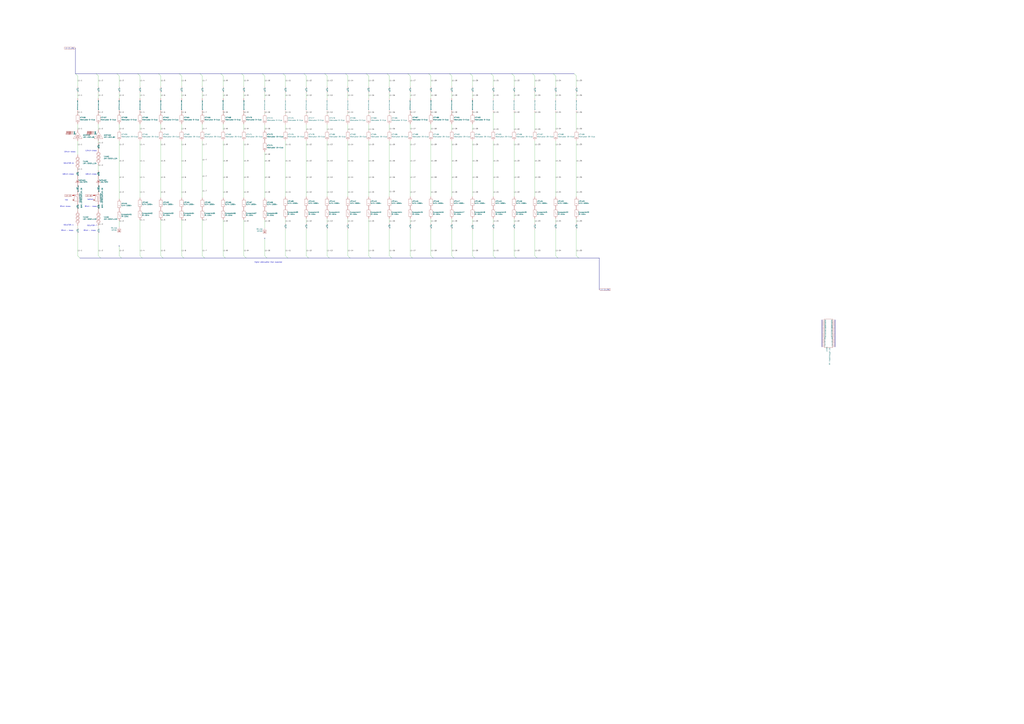
<source format=kicad_sch>
(kicad_sch (version 20230121) (generator eeschema)
  (paper "A0")
  (no_connect (at 954.405 391.16))
  (no_connect (at 954.405 378.46))
  (no_connect (at 954.405 393.7))
  (no_connect (at 969.645 377.19))
  (no_connect (at 969.645 394.97))
  (no_connect (at 969.645 401.32))
  (no_connect (at 954.405 377.19))
  (no_connect (at 954.405 384.81))
  (no_connect (at 954.405 394.97))
  (no_connect (at 969.645 398.78))
  (no_connect (at 954.405 397.51))
  (no_connect (at 969.645 384.81))
  (no_connect (at 969.645 373.38))
  (no_connect (at 954.405 398.78))
  (no_connect (at 954.405 382.27))
  (no_connect (at 969.645 391.16))
  (no_connect (at 954.405 373.38))
  (no_connect (at 969.645 396.24))
  (no_connect (at 969.645 379.73))
  (no_connect (at 969.645 386.08))
  (no_connect (at 969.645 383.54))
  (no_connect (at 969.645 381))
  (no_connect (at 954.405 383.54))
  (no_connect (at 138.43 285.75))
  (no_connect (at 954.405 375.92))
  (no_connect (at 954.405 386.08))
  (no_connect (at 307.34 276.86))
  (no_connect (at 954.405 392.43))
  (no_connect (at 954.405 401.32))
  (no_connect (at 954.405 379.73))
  (no_connect (at 969.645 378.46))
  (no_connect (at 969.645 374.65))
  (no_connect (at 954.405 374.65))
  (no_connect (at 969.645 402.59))
  (no_connect (at 969.645 387.35))
  (no_connect (at 969.645 388.62))
  (no_connect (at 969.645 389.89))
  (no_connect (at 954.405 402.59))
  (no_connect (at 969.645 392.43))
  (no_connect (at 969.645 372.11))
  (no_connect (at 969.645 375.92))
  (no_connect (at 954.405 372.11))
  (no_connect (at 969.645 400.05))
  (no_connect (at 969.645 397.51))
  (no_connect (at 954.405 381))
  (no_connect (at 969.645 393.7))
  (no_connect (at 954.405 389.89))
  (no_connect (at 954.405 387.35))
  (no_connect (at 954.405 400.05))
  (no_connect (at 954.405 396.24))
  (no_connect (at 954.405 388.62))
  (no_connect (at 969.645 382.27))
  (bus_entry (at 331.47 88.265) (size -2.54 -2.54))
  (bus_entry (at 259.08 88.265) (size -2.54 -2.54))
  (bus_entry (at 524.51 88.265) (size -2.54 -2.54))
  (bus_entry (at 452.12 88.265) (size -2.54 -2.54))
  (bus_entry (at 645.16 297.18) (size 2.54 2.54))
  (bus_entry (at 186.69 88.265) (size -2.54 -2.54))
  (bus_entry (at 452.12 297.18) (size 2.54 2.54))
  (bus_entry (at 500.38 88.265) (size -2.54 -2.54))
  (bus_entry (at 210.82 88.265) (size -2.54 -2.54))
  (bus_entry (at 500.38 297.18) (size 2.54 2.54))
  (bus_entry (at 379.73 88.265) (size -2.54 -2.54))
  (bus_entry (at 210.82 297.18) (size 2.54 2.54))
  (bus_entry (at 138.43 297.18) (size 2.54 2.54))
  (bus_entry (at 90.17 88.265) (size -2.54 -2.54))
  (bus_entry (at 427.99 297.18) (size 2.54 2.54))
  (bus_entry (at 234.95 88.265) (size -2.54 -2.54))
  (bus_entry (at 90.17 297.18) (size 2.54 2.54))
  (bus_entry (at 476.25 297.18) (size 2.54 2.54))
  (bus_entry (at 331.47 297.18) (size 2.54 2.54))
  (bus_entry (at 621.03 88.265) (size -2.54 -2.54))
  (bus_entry (at 669.29 297.18) (size 2.54 2.54))
  (bus_entry (at 162.56 297.18) (size 2.54 2.54))
  (bus_entry (at 283.21 297.18) (size 2.54 2.54))
  (bus_entry (at 596.9 297.18) (size 2.54 2.54))
  (bus_entry (at 307.34 297.18) (size 2.54 2.54))
  (bus_entry (at 355.6 88.265) (size -2.54 -2.54))
  (bus_entry (at 259.08 297.18) (size 2.54 2.54))
  (bus_entry (at 162.56 88.265) (size -2.54 -2.54))
  (bus_entry (at 307.34 88.265) (size -2.54 -2.54))
  (bus_entry (at 186.69 297.18) (size 2.54 2.54))
  (bus_entry (at 548.64 88.265) (size -2.54 -2.54))
  (bus_entry (at 379.73 297.18) (size 2.54 2.54))
  (bus_entry (at 114.3 88.265) (size -2.54 -2.54))
  (bus_entry (at 548.64 297.18) (size 2.54 2.54))
  (bus_entry (at 572.77 88.265) (size -2.54 -2.54))
  (bus_entry (at 114.3 297.18) (size 2.54 2.54))
  (bus_entry (at 355.6 297.18) (size 2.54 2.54))
  (bus_entry (at 524.51 297.18) (size 2.54 2.54))
  (bus_entry (at 645.16 88.265) (size -2.54 -2.54))
  (bus_entry (at 427.99 88.265) (size -2.54 -2.54))
  (bus_entry (at 403.86 88.265) (size -2.54 -2.54))
  (bus_entry (at 403.86 297.18) (size 2.54 2.54))
  (bus_entry (at 669.29 88.265) (size -2.54 -2.54))
  (bus_entry (at 621.03 297.18) (size 2.54 2.54))
  (bus_entry (at 234.95 297.18) (size 2.54 2.54))
  (bus_entry (at 138.43 88.265) (size -2.54 -2.54))
  (bus_entry (at 596.9 88.265) (size -2.54 -2.54))
  (bus_entry (at 283.21 88.265) (size -2.54 -2.54))
  (bus_entry (at 476.25 88.265) (size -2.54 -2.54))
  (bus_entry (at 572.77 297.18) (size 2.54 2.54))
  (wire (pts (xy 210.82 255.27) (xy 210.82 297.18)))
  (wire (pts (xy 645.16 163.83) (xy 645.16 228.6)))
  (bus (pts (xy 642.62 85.725) (xy 618.49 85.725)))
  (wire (pts (xy 403.86 266.7) (xy 403.86 297.18)))
  (wire (pts (xy 476.25 88.265) (xy 476.25 100.33)))
  (wire (pts (xy 114.3 243.84) (xy 114.3 244.475)))
  (wire (pts (xy 596.9 266.7) (xy 596.9 297.18)))
  (bus (pts (xy 208.28 85.725) (xy 184.15 85.725)))
  (wire (pts (xy 572.77 88.265) (xy 572.77 100.33)))
  (bus (pts (xy 213.36 299.72) (xy 237.49 299.72)))
  (wire (pts (xy 162.56 255.27) (xy 162.56 297.18)))
  (wire (pts (xy 500.38 266.7) (xy 500.38 297.18)))
  (wire (pts (xy 379.73 254) (xy 379.73 259.08)))
  (wire (pts (xy 572.77 107.95) (xy 572.77 114.3)))
  (wire (pts (xy 259.08 144.145) (xy 259.08 151.13)))
  (bus (pts (xy 87.63 85.725) (xy 87.63 55.88)))
  (bus (pts (xy 140.97 299.72) (xy 165.1 299.72)))
  (wire (pts (xy 186.69 130.81) (xy 186.69 131.445)))
  (wire (pts (xy 476.25 254) (xy 476.25 259.08)))
  (wire (pts (xy 645.16 107.95) (xy 645.16 114.3)))
  (wire (pts (xy 355.6 88.265) (xy 355.6 100.33)))
  (bus (pts (xy 328.93 85.725) (xy 304.8 85.725)))
  (wire (pts (xy 500.38 88.265) (xy 500.38 100.33)))
  (wire (pts (xy 669.29 163.83) (xy 669.29 228.6)))
  (wire (pts (xy 186.69 107.95) (xy 186.69 114.3)))
  (bus (pts (xy 623.57 299.72) (xy 647.7 299.72)))
  (wire (pts (xy 500.38 163.83) (xy 500.38 228.6)))
  (wire (pts (xy 355.6 107.95) (xy 355.6 114.3)))
  (wire (pts (xy 524.51 107.95) (xy 524.51 114.3)))
  (wire (pts (xy 90.17 144.145) (xy 90.17 150.495)))
  (wire (pts (xy 452.12 163.83) (xy 452.12 228.6)))
  (wire (pts (xy 114.3 262.255) (xy 114.3 264.16)))
  (wire (pts (xy 476.25 107.95) (xy 476.25 114.3)))
  (wire (pts (xy 331.47 130.81) (xy 331.47 132.08)))
  (bus (pts (xy 353.06 85.725) (xy 328.93 85.725)))
  (wire (pts (xy 572.77 130.81) (xy 572.77 151.13)))
  (wire (pts (xy 500.38 130.81) (xy 500.38 131.445)))
  (wire (pts (xy 524.51 130.81) (xy 524.51 131.445)))
  (wire (pts (xy 331.47 163.83) (xy 331.47 228.6)))
  (wire (pts (xy 162.56 130.81) (xy 162.56 131.445)))
  (wire (pts (xy 427.99 254) (xy 427.99 297.18)))
  (wire (pts (xy 500.38 144.145) (xy 500.38 151.13)))
  (wire (pts (xy 307.34 176.53) (xy 307.34 229.87)))
  (wire (pts (xy 379.73 107.95) (xy 379.73 114.3)))
  (bus (pts (xy 497.84 85.725) (xy 473.71 85.725)))
  (wire (pts (xy 645.16 266.7) (xy 645.16 297.18)))
  (bus (pts (xy 256.54 85.725) (xy 232.41 85.725)))
  (wire (pts (xy 90.17 130.81) (xy 90.17 131.445)))
  (bus (pts (xy 377.19 85.725) (xy 353.06 85.725)))
  (wire (pts (xy 669.29 130.81) (xy 669.29 151.13)))
  (wire (pts (xy 90.17 197.485) (xy 90.17 198.12)))
  (wire (pts (xy 355.6 266.7) (xy 355.6 297.18)))
  (wire (pts (xy 307.34 130.81) (xy 307.34 132.08)))
  (bus (pts (xy 521.97 85.725) (xy 497.84 85.725)))
  (wire (pts (xy 307.34 88.265) (xy 307.34 100.33)))
  (bus (pts (xy 160.02 85.725) (xy 135.89 85.725)))
  (wire (pts (xy 476.25 266.7) (xy 476.25 297.18)))
  (bus (pts (xy 334.01 299.72) (xy 358.14 299.72)))
  (wire (pts (xy 234.95 255.27) (xy 234.95 297.18)))
  (bus (pts (xy 309.88 299.72) (xy 334.01 299.72)))
  (wire (pts (xy 355.6 163.83) (xy 355.6 228.6)))
  (wire (pts (xy 114.3 191.77) (xy 114.3 198.12)))
  (wire (pts (xy 572.77 266.7) (xy 572.77 297.18)))
  (wire (pts (xy 307.34 107.95) (xy 307.34 114.3)))
  (bus (pts (xy 551.18 299.72) (xy 575.31 299.72)))
  (wire (pts (xy 452.12 130.81) (xy 452.12 132.08)))
  (wire (pts (xy 669.29 266.7) (xy 669.29 297.18)))
  (wire (pts (xy 621.03 254) (xy 621.03 259.08)))
  (bus (pts (xy 449.58 85.725) (xy 425.45 85.725)))
  (bus (pts (xy 135.89 85.725) (xy 111.76 85.725)))
  (wire (pts (xy 452.12 107.95) (xy 452.12 114.3)))
  (wire (pts (xy 138.43 144.145) (xy 138.43 151.13)))
  (wire (pts (xy 283.21 130.81) (xy 283.21 131.445)))
  (bus (pts (xy 189.23 299.72) (xy 213.36 299.72)))
  (wire (pts (xy 90.17 243.84) (xy 90.17 244.475)))
  (wire (pts (xy 452.12 266.7) (xy 452.12 297.18)))
  (wire (pts (xy 283.21 107.95) (xy 283.21 114.3)))
  (wire (pts (xy 114.3 88.265) (xy 114.3 100.33)))
  (wire (pts (xy 234.95 107.95) (xy 234.95 114.3)))
  (bus (pts (xy 695.96 299.72) (xy 695.96 336.55)))
  (wire (pts (xy 283.21 163.83) (xy 283.21 229.87)))
  (bus (pts (xy 430.53 299.72) (xy 454.66 299.72)))
  (wire (pts (xy 596.9 163.83) (xy 596.9 228.6)))
  (wire (pts (xy 331.47 254) (xy 331.47 259.08)))
  (wire (pts (xy 452.12 144.78) (xy 452.12 151.13)))
  (wire (pts (xy 403.86 107.95) (xy 403.86 114.3)))
  (wire (pts (xy 476.25 144.145) (xy 476.25 150.495)))
  (bus (pts (xy 261.62 299.72) (xy 285.75 299.72)))
  (wire (pts (xy 379.73 266.7) (xy 379.73 297.18)))
  (bus (pts (xy 358.14 299.72) (xy 382.27 299.72)))
  (wire (pts (xy 548.64 144.145) (xy 548.64 151.13)))
  (bus (pts (xy 594.36 85.725) (xy 570.23 85.725)))
  (wire (pts (xy 403.86 144.78) (xy 403.86 151.13)))
  (wire (pts (xy 307.34 144.78) (xy 307.34 151.13)))
  (wire (pts (xy 331.47 107.95) (xy 331.47 114.3)))
  (wire (pts (xy 596.9 254) (xy 596.9 259.08)))
  (wire (pts (xy 427.99 144.78) (xy 427.99 151.13)))
  (wire (pts (xy 138.43 163.83) (xy 138.43 231.14)))
  (wire (pts (xy 90.17 262.255) (xy 90.17 264.16)))
  (wire (pts (xy 234.95 88.265) (xy 234.95 100.33)))
  (bus (pts (xy 546.1 85.725) (xy 521.97 85.725)))
  (wire (pts (xy 596.9 88.265) (xy 596.9 100.33)))
  (wire (pts (xy 572.77 163.83) (xy 572.77 228.6)))
  (wire (pts (xy 524.51 266.7) (xy 524.51 297.18)))
  (wire (pts (xy 210.82 144.145) (xy 210.82 151.13)))
  (wire (pts (xy 524.51 88.265) (xy 524.51 100.33)))
  (wire (pts (xy 186.69 144.145) (xy 186.69 151.13)))
  (wire (pts (xy 403.86 254) (xy 403.86 259.08)))
  (wire (pts (xy 138.43 88.265) (xy 138.43 100.33)))
  (wire (pts (xy 138.43 130.81) (xy 138.43 131.445)))
  (wire (pts (xy 500.38 107.95) (xy 500.38 114.3)))
  (wire (pts (xy 500.38 254) (xy 500.38 259.08)))
  (bus (pts (xy 280.67 85.725) (xy 256.54 85.725)))
  (wire (pts (xy 524.51 254) (xy 524.51 259.08)))
  (bus (pts (xy 92.71 299.72) (xy 116.84 299.72)))
  (wire (pts (xy 259.08 255.27) (xy 259.08 297.18)))
  (bus (pts (xy 570.23 85.725) (xy 546.1 85.725)))
  (wire (pts (xy 259.08 107.95) (xy 259.08 114.3)))
  (wire (pts (xy 452.12 254) (xy 452.12 259.08)))
  (wire (pts (xy 90.17 163.83) (xy 90.17 179.705)))
  (wire (pts (xy 476.25 163.83) (xy 476.25 228.6)))
  (wire (pts (xy 621.03 130.81) (xy 621.03 151.13)))
  (wire (pts (xy 476.25 130.81) (xy 476.25 131.445)))
  (bus (pts (xy 502.92 299.72) (xy 527.05 299.72)))
  (wire (pts (xy 524.51 144.145) (xy 524.51 151.13)))
  (wire (pts (xy 331.47 88.265) (xy 331.47 100.33)))
  (wire (pts (xy 379.73 163.83) (xy 379.73 228.6)))
  (wire (pts (xy 403.86 163.83) (xy 403.86 228.6)))
  (bus (pts (xy 527.05 299.72) (xy 551.18 299.72)))
  (bus (pts (xy 671.83 299.72) (xy 695.96 299.72)))
  (wire (pts (xy 379.73 88.265) (xy 379.73 100.33)))
  (bus (pts (xy 454.66 299.72) (xy 478.79 299.72)))
  (wire (pts (xy 427.99 88.265) (xy 427.99 100.33)))
  (wire (pts (xy 162.56 107.95) (xy 162.56 114.3)))
  (wire (pts (xy 355.6 130.81) (xy 355.6 132.08)))
  (wire (pts (xy 210.82 130.81) (xy 210.82 131.445)))
  (wire (pts (xy 596.9 107.95) (xy 596.9 114.3)))
  (wire (pts (xy 210.82 88.265) (xy 210.82 100.33)))
  (wire (pts (xy 645.16 254) (xy 645.16 259.08)))
  (wire (pts (xy 283.21 255.27) (xy 283.21 297.18)))
  (wire (pts (xy 355.6 144.78) (xy 355.6 151.13)))
  (bus (pts (xy 237.49 299.72) (xy 261.62 299.72)))
  (wire (pts (xy 548.64 130.81) (xy 548.64 131.445)))
  (wire (pts (xy 452.12 88.265) (xy 452.12 100.33)))
  (wire (pts (xy 572.77 254) (xy 572.77 259.08)))
  (wire (pts (xy 548.64 267.335) (xy 548.64 297.18)))
  (wire (pts (xy 259.08 88.265) (xy 259.08 100.33)))
  (bus (pts (xy 285.75 299.72) (xy 309.88 299.72)))
  (wire (pts (xy 621.03 107.95) (xy 621.03 114.3)))
  (bus (pts (xy 165.1 299.72) (xy 189.23 299.72)))
  (wire (pts (xy 90.17 107.95) (xy 90.17 114.3)))
  (wire (pts (xy 548.64 107.95) (xy 548.64 114.3)))
  (wire (pts (xy 427.99 163.83) (xy 427.99 228.6)))
  (wire (pts (xy 259.08 163.83) (xy 259.08 229.87)))
  (wire (pts (xy 548.64 254) (xy 548.64 259.715)))
  (bus (pts (xy 304.8 85.725) (xy 280.67 85.725)))
  (bus (pts (xy 599.44 299.72) (xy 623.57 299.72)))
  (wire (pts (xy 162.56 163.83) (xy 162.56 229.87)))
  (bus (pts (xy 382.27 299.72) (xy 406.4 299.72)))
  (wire (pts (xy 427.99 130.81) (xy 427.99 132.08)))
  (wire (pts (xy 186.69 255.27) (xy 186.69 297.18)))
  (wire (pts (xy 138.43 256.54) (xy 138.43 263.525)))
  (wire (pts (xy 379.73 130.81) (xy 379.73 132.08)))
  (wire (pts (xy 259.08 130.81) (xy 259.08 131.445)))
  (wire (pts (xy 621.03 88.265) (xy 621.03 100.33)))
  (wire (pts (xy 379.73 144.78) (xy 379.73 151.13)))
  (wire (pts (xy 331.47 266.7) (xy 331.47 297.18)))
  (wire (pts (xy 307.34 276.86) (xy 307.34 297.18)))
  (wire (pts (xy 138.43 285.75) (xy 138.43 297.18)))
  (wire (pts (xy 548.64 163.83) (xy 548.64 228.6)))
  (wire (pts (xy 114.3 163.83) (xy 114.3 166.37)))
  (bus (pts (xy 401.32 85.725) (xy 377.19 85.725)))
  (wire (pts (xy 162.56 144.145) (xy 162.56 151.13)))
  (wire (pts (xy 669.29 254) (xy 669.29 259.08)))
  (wire (pts (xy 114.3 130.81) (xy 114.3 131.445)))
  (wire (pts (xy 186.69 88.265) (xy 186.69 100.33)))
  (wire (pts (xy 331.47 144.78) (xy 331.47 151.13)))
  (bus (pts (xy 478.79 299.72) (xy 502.92 299.72)))
  (wire (pts (xy 548.64 88.265) (xy 548.64 100.33)))
  (wire (pts (xy 114.3 107.95) (xy 114.3 114.3)))
  (bus (pts (xy 473.71 85.725) (xy 449.58 85.725)))
  (wire (pts (xy 210.82 163.83) (xy 210.82 229.87)))
  (wire (pts (xy 403.86 130.81) (xy 403.86 132.08)))
  (wire (pts (xy 645.16 130.81) (xy 645.16 151.13)))
  (wire (pts (xy 621.03 266.7) (xy 621.03 297.18)))
  (wire (pts (xy 645.16 88.265) (xy 645.16 100.33)))
  (bus (pts (xy 425.45 85.725) (xy 401.32 85.725)))
  (wire (pts (xy 283.21 144.145) (xy 283.21 151.13)))
  (wire (pts (xy 162.56 88.265) (xy 162.56 100.33)))
  (bus (pts (xy 618.49 85.725) (xy 594.36 85.725)))
  (wire (pts (xy 283.21 88.265) (xy 283.21 100.33)))
  (wire (pts (xy 669.29 88.265) (xy 669.29 100.33)))
  (wire (pts (xy 307.34 255.27) (xy 307.34 264.795)))
  (wire (pts (xy 90.17 271.78) (xy 90.17 297.18)))
  (wire (pts (xy 90.17 88.265) (xy 90.17 100.33)))
  (wire (pts (xy 138.43 107.95) (xy 138.43 114.3)))
  (bus (pts (xy 666.75 85.725) (xy 642.62 85.725)))
  (wire (pts (xy 621.03 163.83) (xy 621.03 228.6)))
  (wire (pts (xy 234.95 163.83) (xy 234.95 229.87)))
  (wire (pts (xy 524.51 163.83) (xy 524.51 228.6)))
  (bus (pts (xy 116.84 299.72) (xy 140.97 299.72)))
  (wire (pts (xy 355.6 254) (xy 355.6 259.08)))
  (wire (pts (xy 427.99 107.95) (xy 427.99 114.3)))
  (wire (pts (xy 669.29 107.95) (xy 669.29 114.3)))
  (bus (pts (xy 406.4 299.72) (xy 430.53 299.72)))
  (wire (pts (xy 234.95 144.145) (xy 234.95 151.13)))
  (bus (pts (xy 111.76 85.725) (xy 87.63 85.725)))
  (wire (pts (xy 234.95 130.81) (xy 234.95 131.445)))
  (bus (pts (xy 232.41 85.725) (xy 208.28 85.725)))
  (bus (pts (xy 184.15 85.725) (xy 160.02 85.725)))
  (wire (pts (xy 596.9 130.81) (xy 596.9 151.13)))
  (bus (pts (xy 575.31 299.72) (xy 599.44 299.72)))
  (wire (pts (xy 210.82 107.95) (xy 210.82 114.3)))
  (wire (pts (xy 114.3 271.78) (xy 114.3 297.18)))
  (wire (pts (xy 403.86 88.265) (xy 403.86 100.33)))
  (wire (pts (xy 114.3 144.145) (xy 114.3 150.495)))
  (wire (pts (xy 186.69 163.83) (xy 186.69 229.87)))
  (bus (pts (xy 647.7 299.72) (xy 671.83 299.72)))
  (text "ISOLATOR-7" (at 100.965 262.89 0) (effects (font (size 1.27 1.27)) (justify left bottom)))
  (text "8inch - brass" (at 71.12 268.605 0) (effects (font (size 1.27 1.27)) (justify left bottom)))
  (text "8inch - brass" (at 97.155 268.605 0) (effects (font (size 1.27 1.27)) (justify left bottom)))
  (text "12inch-brass" (at 74.295 177.165 0) (effects (font (size 1.27 1.27)) (justify left bottom)))
  (text "ISOLATOR-4" (at 73.66 262.255 0) (effects (font (size 1.27 1.27)) (justify left bottom)))
  (text "12inch-brass" (at 99.06 175.895 0) (effects (font (size 1.27 1.27)) (justify left bottom)))
  (text "ISOLATOR-6" (at 73.66 190.5 0) (effects (font (size 1.27 1.27)) (justify left bottom)))
  (text "higher attenuation than expected\n" (at 295.275 305.435 0) (effects (font (size 1.27 1.27)) (justify left bottom)))
  (text "top" (at 75.565 233.045 0) (effects (font (size 1.27 1.27)) (justify left bottom)))
  (text "18inch-brass" (at 72.39 203.2 0) (effects (font (size 1.27 1.27)) (justify left bottom)))
  (text "bottom\n" (at 101.6 232.41 0) (effects (font (size 1.27 1.27)) (justify left bottom)))
  (text "8inch - brass" (at 98.425 240.665 0) (effects (font (size 1.27 1.27)) (justify left bottom)))
  (text "18inch-brass" (at 99.06 203.2 0) (effects (font (size 1.27 1.27)) (justify left bottom)))
  (text "8inch-brass" (at 69.85 240.665 0) (effects (font (size 1.27 1.27)) (justify left bottom)))
  (label "L1-20" (at 548.64 207.01 0))
  (label "L1-6" (at 210.82 131.445 0))
  (label "L1-19" (at 524.51 94.615 0))
  (label "L1-16" (at 452.12 150.495 0))
  (label "L1-20" (at 548.64 292.1 0))
  (label "L1-15" (at 427.99 168.91 0))
  (label "L1-21" (at 572.77 94.615 0))
  (label "L1-21" (at 572.77 224.155 0))
  (label "L1-10" (at 307.34 111.76 0))
  (label "L1-23" (at 621.03 224.155 0))
  (label "L1-25" (at 669.29 94.615 0))
  (label "L1-24" (at 645.16 150.495 0))
  (label "L1-2" (at 114.3 131.445 0))
  (label "L1-2" (at 114.3 94.615 0))
  (label "L1-14" (at 403.86 257.81 0))
  (label "L1-7" (at 234.95 94.615 0))
  (label "L1-4" (at 162.56 94.615 0))
  (label "L1-22" (at 596.9 111.76 0))
  (label "L1-24" (at 645.16 168.91 0))
  (label "L1-10" (at 307.34 187.96 0))
  (label "L1-16" (at 452.12 223.52 0))
  (label "L1-4" (at 162.56 187.96 0))
  (label "L1-5" (at 186.69 111.76 0))
  (label "L1-7" (at 234.95 111.76 0))
  (label "L1-23" (at 621.03 292.1 0))
  (label "L1-7" (at 234.95 292.1 0))
  (label "L1-11" (at 331.47 131.445 0))
  (label "L1-4" (at 162.56 207.01 0))
  (label "L1-1" (at 90.17 94.615 0))
  (label "L1-20" (at 548.64 187.96 0))
  (label "L1-1" (at 90.17 150.495 0))
  (label "L1-5" (at 186.69 224.155 0))
  (label "L1-17" (at 476.25 207.01 0))
  (label "L1-10" (at 307.34 180.34 0))
  (label "L1-4" (at 162.56 292.1 0))
  (label "L1-12" (at 355.6 224.155 0))
  (label "L1-13" (at 379.73 292.1 0))
  (label "L1-14" (at 403.86 292.1 0))
  (label "L1-3" (at 138.43 187.96 0))
  (label "L1-21" (at 572.77 207.01 0))
  (label "L1-15" (at 427.99 131.445 0))
  (label "L1-13" (at 379.73 94.615 0))
  (label "L1-5" (at 186.69 94.615 0))
  (label "L1-6" (at 210.82 224.155 0))
  (label "L1-3" (at 138.43 224.155 0))
  (label "L1-22" (at 596.9 224.155 0))
  (label "L1-21" (at 572.77 111.76 0))
  (label "L1-25" (at 669.29 224.155 0))
  (label "L1-3" (at 138.43 207.01 0))
  (label "L1-2" (at 114.3 292.1 0))
  (label "L1-7" (at 234.95 205.74 0))
  (label "L1-19" (at 524.51 150.495 0))
  (label "L1-15" (at 427.99 94.615 0))
  (label "L1-6" (at 210.82 256.54 0))
  (label "L1-9" (at 283.21 111.76 0))
  (label "L1-9" (at 283.21 292.1 0))
  (label "L1-8" (at 259.08 224.155 0))
  (label "L1-2" (at 114.3 167.005 0))
  (label "L1-14" (at 403.86 94.615 0))
  (label "L1-11" (at 331.47 94.615 0))
  (label "L1-8" (at 259.08 207.01 0))
  (label "L1-14" (at 403.86 187.96 0))
  (label "L1-14" (at 403.86 151.13 0))
  (label "L1-9" (at 283.21 94.615 0))
  (label "L1-12" (at 355.6 257.81 0))
  (label "L1-17" (at 476.25 150.495 0))
  (label "L1-2" (at 114.3 111.76 0))
  (label "L1-6" (at 210.82 207.01 0))
  (label "L1-1" (at 90.17 168.91 0))
  (label "L1-19" (at 524.51 257.81 0))
  (label "L1-16" (at 452.12 111.76 0))
  (label "L1-18" (at 500.38 187.96 0))
  (label "L1-25" (at 669.29 150.495 0))
  (label "L1-21" (at 572.77 151.13 0))
  (label "L1-11" (at 331.47 187.96 0))
  (label "L1-14" (at 403.86 224.155 0))
  (label "L1-25" (at 669.29 207.01 0))
  (label "L1-5" (at 186.69 168.91 0))
  (label "L1-14" (at 403.86 207.01 0))
  (label "L1-15" (at 427.99 207.01 0))
  (label "L1-3" (at 138.43 150.495 0))
  (label "L1-17" (at 476.25 168.91 0))
  (label "L1-21" (at 572.77 187.96 0))
  (label "L1-6" (at 210.82 187.96 0))
  (label "L1-7" (at 234.95 131.445 0))
  (label "L1-20" (at 548.64 111.76 0))
  (label "L1-23" (at 621.03 151.13 0))
  (label "L1-22" (at 596.9 151.13 0))
  (label "L1-13" (at 379.73 151.13 0))
  (label "L1-12" (at 355.6 111.76 0))
  (label "L1-23" (at 621.03 187.96 0))
  (label "L1-5" (at 186.69 207.01 0))
  (label "L1-22" (at 596.9 131.445 0))
  (label "L1-18" (at 500.38 94.615 0))
  (label "L1-16" (at 452.12 187.96 0))
  (label "L1-12" (at 355.6 207.01 0))
  (label "L1-13" (at 379.73 131.445 0))
  (label "L1-20" (at 548.64 131.445 0))
  (label "L1-4" (at 162.56 168.91 0))
  (label "L1-25" (at 669.29 111.76 0))
  (label "L1-2" (at 114.3 150.495 0))
  (label "L1-13" (at 379.73 111.76 0))
  (label "L1-8" (at 259.08 292.1 0))
  (label "L1-20" (at 548.64 257.81 0))
  (label "L1-21" (at 572.77 257.81 0))
  (label "L1-8" (at 259.08 150.495 0))
  (label "L1-16" (at 452.12 207.01 0))
  (label "L1-18" (at 500.38 168.91 0))
  (label "L1-18" (at 500.38 131.445 0))
  (label "L1-20" (at 548.64 168.91 0))
  (label "L1-5" (at 186.69 187.96 0))
  (label "L1-23" (at 621.03 207.01 0))
  (label "L1-20" (at 548.64 150.495 0))
  (label "L1-18" (at 500.38 150.495 0))
  (label "L1-5" (at 186.69 256.54 0))
  (label "L1-6" (at 210.82 111.76 0))
  (label "L1-25" (at 669.29 187.96 0))
  (label "L1-24" (at 645.16 94.615 0))
  (label "L1-11" (at 331.47 224.155 0))
  (label "L1-10" (at 307.34 94.615 0))
  (label "L1-7" (at 234.95 150.495 0))
  (label "L1-19" (at 524.51 207.01 0))
  (label "L1-4" (at 162.56 224.155 0))
  (label "L1-22" (at 596.9 292.1 0))
  (label "L1-4" (at 162.56 150.495 0))
  (label "L1-24" (at 645.16 224.155 0))
  (label "L1-19" (at 524.51 131.445 0))
  (label "L1-25" (at 669.29 168.91 0))
  (label "L1-15" (at 427.99 224.155 0))
  (label "L1-3" (at 138.43 168.91 0))
  (label "L1-12" (at 355.6 94.615 0))
  (label "L1-13" (at 379.73 207.01 0))
  (label "L1-4" (at 162.56 256.54 0))
  (label "L1-17" (at 476.25 224.155 0))
  (label "L1-16" (at 452.12 94.615 0))
  (label "L1-17" (at 476.25 257.81 0))
  (label "L1-16" (at 452.12 257.81 0))
  (label "L1-8" (at 259.08 168.91 0))
  (label "L1-8" (at 259.08 111.76 0))
  (label "L1-8" (at 259.08 131.445 0))
  (label "L1-7" (at 234.95 222.885 0))
  (label "L1-19" (at 524.51 292.1 0))
  (label "L1-9" (at 283.21 168.91 0))
  (label "L1-1" (at 90.17 292.1 0))
  (label "L1-24" (at 645.16 131.445 0))
  (label "L1-18" (at 500.38 224.155 0))
  (label "L1-19" (at 524.51 111.76 0))
  (label "L1-15" (at 427.99 151.13 0))
  (label "L1-9" (at 283.21 187.96 0))
  (label "L1-9" (at 283.21 150.495 0))
  (label "L1-11" (at 331.47 168.91 0))
  (label "L1-21" (at 572.77 168.91 0))
  (label "L1-1" (at 90.17 111.76 0))
  (label "L1-25" (at 669.29 292.1 0))
  (label "L1-6" (at 210.82 292.1 0))
  (label "L1-11" (at 331.47 207.01 0))
  (label "L1-3" (at 138.43 94.615 0))
  (label "L1-9" (at 283.21 224.155 0))
  (label "L1-12" (at 355.6 168.91 0))
  (label "L1-16" (at 452.12 292.1 0))
  (label "L1-20" (at 548.64 94.615 0))
  (label "L1-10" (at 307.34 150.495 0))
  (label "L1-5" (at 186.69 150.495 0))
  (label "L1-25" (at 669.29 131.445 0))
  (label "L1-9" (at 283.21 131.445 0))
  (label "L1-18" (at 500.38 257.81 0))
  (label "L1-19" (at 524.51 168.91 0))
  (label "L1-15" (at 427.99 187.96 0))
  (label "L1-18" (at 500.38 207.01 0))
  (label "L1-24" (at 645.16 187.96 0))
  (label "L1-23" (at 621.03 168.91 0))
  (label "L1-17" (at 476.25 94.615 0))
  (label "L1-3" (at 138.43 111.76 0))
  (label "L1-9" (at 283.21 207.01 0))
  (label "L1-12" (at 355.6 187.96 0))
  (label "L1-19" (at 524.51 187.96 0))
  (label "L1-6" (at 210.82 94.615 0))
  (label "L1-14" (at 403.86 131.445 0))
  (label "L1-11" (at 331.47 257.81 0))
  (label "L1-22" (at 596.9 94.615 0))
  (label "L1-17" (at 476.25 187.96 0))
  (label "L1-10" (at 307.34 257.81 0))
  (label "L1-22" (at 596.9 168.91 0))
  (label "L1-16" (at 452.12 168.91 0))
  (label "L1-15" (at 427.99 292.1 0))
  (label "L1-3" (at 138.43 257.81 0))
  (label "L1-10" (at 307.34 224.155 0))
  (label "L1-8" (at 259.08 94.615 0))
  (label "L1-19" (at 524.51 224.155 0))
  (label "L1-7" (at 234.95 256.54 0))
  (label "L1-12" (at 355.6 131.445 0))
  (label "L1-6" (at 210.82 168.91 0))
  (label "L1-15" (at 427.99 257.81 0))
  (label "L1-16" (at 452.12 131.445 0))
  (label "L1-13" (at 379.73 257.81 0))
  (label "L1-2" (at 114.3 193.04 0))
  (label "L1-12" (at 355.6 292.1 0))
  (label "L1-23" (at 621.03 111.76 0))
  (label "L1-13" (at 379.73 187.96 0))
  (label "L1-1" (at 90.17 197.485 0))
  (label "L1-6" (at 210.82 150.495 0))
  (label "L1-3" (at 138.43 131.445 0))
  (label "L1-20" (at 548.64 224.155 0))
  (label "L1-24" (at 645.16 292.1 0))
  (label "L1-14" (at 403.86 168.91 0))
  (label "L1-8" (at 259.08 257.81 0))
  (label "L1-8" (at 259.08 187.96 0))
  (label "L1-13" (at 379.73 224.155 0))
  (label "L1-23" (at 621.03 94.615 0))
  (label "L1-23" (at 621.03 257.81 0))
  (label "L1-5" (at 186.69 131.445 0))
  (label "L1-10" (at 307.34 292.1 0))
  (label "L1-17" (at 476.25 131.445 0))
  (label "L1-11" (at 331.47 111.76 0))
  (label "L1-4" (at 162.56 111.76 0))
  (label "L1-14" (at 403.86 111.76 0))
  (label "L1-5" (at 186.69 292.1 0))
  (label "L1-11" (at 331.47 150.495 0))
  (label "L1-18" (at 500.38 111.76 0))
  (label "L1-13" (at 379.73 168.91 0))
  (label "L1-21" (at 572.77 131.445 0))
  (label "L1-11" (at 331.47 292.1 0))
  (label "L1-7" (at 234.95 186.69 0))
  (label "L1-4" (at 162.56 131.445 0))
  (label "L1-10" (at 307.34 131.445 0))
  (label "L1-12" (at 355.6 151.13 0))
  (label "L1-24" (at 645.16 207.01 0))
  (label "L1-17" (at 476.25 111.76 0))
  (label "L1-10" (at 307.34 207.01 0))
  (label "L1-18" (at 500.38 292.1 0))
  (label "L1-22" (at 596.9 207.01 0))
  (label "L1-24" (at 645.16 111.76 0))
  (label "L1-17" (at 476.25 292.1 0))
  (label "L1-15" (at 427.99 111.76 0))
  (label "L1-7" (at 234.95 168.91 0))
  (label "L1-9" (at 283.21 257.81 0))
  (label "L1-3" (at 138.43 292.1 0))
  (label "L1-25" (at 669.29 257.81 0))
  (label "L1-1" (at 90.17 131.445 0))
  (label "L1-22" (at 596.9 187.96 0))
  (label "L1-2" (at 114.3 261.62 0))
  (label "L1-23" (at 621.03 131.445 0))
  (label "L1-22" (at 596.9 257.81 0))
  (label "L1-24" (at 645.16 257.81 0))
  (label "L1-21" (at 572.77 292.1 0))
  (global_label "L1-2_Vd" (shape input) (at 106.68 154.305 180) (effects (font (size 0.64 0.64))) (property "Intersheetrefs" "${INTERSHEET_REFS}" (effects hide)))
  (global_label "L3-16" (shape input) (at 107.95 227.33 180) (property "Intersheetrefs" "${INTERSHEET_REFS}" (effects hide)))
  (global_label "L1-1_Vg" (shape input) (at 82.55 153.035 180) (effects (font (size 0.64 0.64))) (property "Intersheetrefs" "${INTERSHEET_REFS}" (effects hide)))
  (global_label "L1-[1..25]" (shape input) (at 695.96 336.55 0) (property "Intersheetrefs" "${INTERSHEET_REFS}" (effects hide)))
  (global_label "L1-2_gnd" (shape input) (at 106.68 155.575 180) (effects (font (size 0.64 0.64))) (property "Intersheetrefs" "${INTERSHEET_REFS}" (effects hide)))
  (global_label "L1-1_Vd" (shape input) (at 82.55 154.305 180) (effects (font (size 0.64 0.64))) (property "Intersheetrefs" "${INTERSHEET_REFS}" (effects hide)))
  (global_label "L1-2_Vg" (shape input) (at 106.68 153.035 180) (effects (font (size 0.64 0.64))) (property "Intersheetrefs" "${INTERSHEET_REFS}" (effects hide)))
  (global_label "L3-10" (shape input) (at 83.82 227.33 180) (property "Intersheetrefs" "${INTERSHEET_REFS}" (effects hide)))
  (global_label "L1-1_gnd" (shape input) (at 82.55 155.575 180) (effects (font (size 0.64 0.64))) (property "Intersheetrefs" "${INTERSHEET_REFS}" (effects hide)))
  (global_label "L1-[1..25]" (shape input) (at 87.63 55.88 180) (property "Intersheetrefs" "${INTERSHEET_REFS}" (effects hide)))
  (symbol (lib_id "Quantum Computing:COAX-6FT") (at 524.51 104.14 90) (unit 1)
    (property "Reference" "L:435" (at 523.875 104.14 0) (effects (font (size 0.64 0.64))))
    (property "Value" "COAX-6FT" (at 525.145 104.14 0) (effects (font (size 0.64 0.64))))
  )
  (symbol (lib_id "Quantum Computing:NbTi-RF-line") (at 283.21 122.555 90) (unit 1)
    (property "Reference" "LX-X409" (at 283.21 118.745 0) (effects (font (size 0.64 0.64))))
    (property "Value" "NbTi-RF-line" (at 283.21 124.46 0) (effects (font (size 0.64 0.64))))
  )
  (symbol (lib_id "Quantum Computing:IR-1GHz") (at 210.82 248.92 0) (unit 1) (on_board no)
    (property "Reference" "Eccosorb404" (at 213.106 247.904 0) (effects (justify left)))
    (property "Value" "IR-1GHz" (at 213.106 250.19 0) (effects (justify left)))
  )
  (symbol (lib_id "Quantum Computing:Attenuator 0-Cryo") (at 114.3 137.795 0) (unit 1) (on_board no)
    (property "Reference" "ATT457" (at 116.84 136.525 0) (effects (justify left)))
    (property "Value" "Attenuator 0-Cryo" (at 116.84 139.065 0) (effects (justify left)))
  )
  (symbol (lib_id "Quantum Computing:SMA-SMP") (at 621.03 262.89 90) (unit 1)
    (property "Reference" "L:444" (at 620.395 262.89 0) (effects (font (size 0.64 0.64))))
    (property "Value" "SMA-SMP" (at 621.665 262.89 0) (effects (font (size 0.64 0.64))))
  )
  (symbol (lib_id "Quantum Computing:IR-1GHz") (at 645.16 247.65 0) (unit 1) (on_board no)
    (property "Reference" "Eccosorb422" (at 647.446 246.634 0) (effects (justify left)))
    (property "Value" "IR-1GHz" (at 647.446 248.92 0) (effects (justify left)))
  )
  (symbol (lib_id "Quantum Computing:Attenuator 20-Cryo") (at 621.03 157.48 0) (unit 1) (on_board no)
    (property "Reference" "ATT497" (at 623.57 156.21 0) (effects (justify left)))
    (property "Value" "Attenuator 20-Cryo" (at 623.57 158.75 0) (effects (justify left)))
  )
  (symbol (lib_id "Quantum Computing:COAX-6FT") (at 186.69 104.14 90) (unit 1)
    (property "Reference" "L:414" (at 186.055 104.14 0) (effects (font (size 0.64 0.64))))
    (property "Value" "COAX-6FT" (at 187.325 104.14 0) (effects (font (size 0.64 0.64))))
  )
  (symbol (lib_id "Quantum Computing:LNF-LNC4_8C") (at 114.3 158.115 0) (unit 1) (on_board no)
    (property "Reference" "HEMT402" (at 120.396 157.099 0) (effects (justify left)))
    (property "Value" "LNF-LNC4_8C" (at 120.396 159.385 0) (effects (justify left)))
  )
  (symbol (lib_id "Quantum Computing:COAX-6FT") (at 572.77 104.14 90) (unit 1)
    (property "Reference" "L:439" (at 572.135 104.14 0) (effects (font (size 0.64 0.64))))
    (property "Value" "COAX-6FT" (at 573.405 104.14 0) (effects (font (size 0.64 0.64))))
  )
  (symbol (lib_id "Quantum Computing:LNF-LNC4_8C") (at 90.17 158.115 0) (unit 1) (on_board no)
    (property "Reference" "HEMT401" (at 96.266 157.099 0) (effects (justify left)))
    (property "Value" "LNF-LNC4_8C" (at 96.266 159.385 0) (effects (justify left)))
  )
  (symbol (lib_id "Quantum Computing:Attenuator 20-Cryo") (at 210.82 157.48 0) (unit 1) (on_board no)
    (property "Reference" "ATT465" (at 213.36 156.21 0) (effects (justify left)))
    (property "Value" "Attenuator 20-Cryo" (at 213.36 158.75 0) (effects (justify left)))
  )
  (symbol (lib_id "Quantum Computing:SMA-SMP") (at 524.51 262.89 90) (unit 1)
    (property "Reference" "L:436" (at 523.875 262.89 0) (effects (font (size 0.64 0.64))))
    (property "Value" "SMA-SMP" (at 525.145 262.89 0) (effects (font (size 0.64 0.64))))
  )
  (symbol (lib_id "Quantum Computing:SMA-SMP") (at 379.73 262.89 90) (unit 1)
    (property "Reference" "L:425" (at 379.095 262.89 0) (effects (font (size 0.64 0.64))))
    (property "Value" "SMA-SMP" (at 380.365 262.89 0) (effects (font (size 0.64 0.64))))
  )
  (symbol (lib_id "Quantum Computing:NbTi-RF-line") (at 210.82 122.555 90) (unit 1)
    (property "Reference" "LX-X406" (at 210.82 118.745 0) (effects (font (size 0.64 0.64))))
    (property "Value" "NbTi-RF-line" (at 210.82 124.46 0) (effects (font (size 0.64 0.64))))
  )
  (symbol (lib_id "Quantum Computing:Attenuator 0-Cryo") (at 186.69 137.795 0) (unit 1) (on_board no)
    (property "Reference" "ATT462" (at 189.23 136.525 0) (effects (justify left)))
    (property "Value" "Attenuator 0-Cryo" (at 189.23 139.065 0) (effects (justify left)))
  )
  (symbol (lib_id "Quantum Computing:Attenuator 20-Cryo") (at 500.38 157.48 0) (unit 1) (on_board no)
    (property "Reference" "ATT490" (at 502.92 156.21 0) (effects (justify left)))
    (property "Value" "Attenuator 20-Cryo" (at 502.92 158.75 0) (effects (justify left)))
  )
  (symbol (lib_id "Quantum Computing:VLFX-1050+") (at 307.34 236.22 0) (unit 1) (on_board no)
    (property "Reference" "LPF408" (at 309.626 235.204 0) (effects (justify left)))
    (property "Value" "VLFX-1050+" (at 309.626 237.49 0) (effects (justify left)))
  )
  (symbol (lib_id "Quantum Computing:SMA-SMA") (at 90.17 267.97 90) (unit 1)
    (property "Reference" "L:405" (at 89.535 267.97 0) (effects (font (size 0.64 0.64))))
    (property "Value" "SMA-SMA" (at 90.805 267.97 0) (effects (font (size 0.64 0.64))))
  )
  (symbol (lib_id "Quantum Computing:SMA-SMP") (at 476.25 262.89 90) (unit 1)
    (property "Reference" "L:432" (at 475.615 262.89 0) (effects (font (size 0.64 0.64))))
    (property "Value" "SMA-SMP" (at 476.885 262.89 0) (effects (font (size 0.64 0.64))))
  )
  (symbol (lib_id "Quantum Computing:NbTi-RF-line") (at 596.9 122.555 90) (unit 1)
    (property "Reference" "LX-X422" (at 596.9 118.745 0) (effects (font (size 0.64 0.64))))
    (property "Value" "NbTi-RF-line" (at 596.9 124.46 0) (effects (font (size 0.64 0.64))))
  )
  (symbol (lib_id "Quantum Computing:SMA-SMA_small") (at 90.17 219.075 90) (unit 1)
    (property "Reference" "L:403" (at 89.535 219.075 0) (effects (font (size 0.64 0.64))))
    (property "Value" "SMA-SMA_small" (at 90.805 219.075 0) (effects (font (size 0.64 0.64))))
  )
  (symbol (lib_id "Quantum Computing:QMC-CRYOCOUPLER-20") (at 114.3 229.87 90) (mirror x) (unit 1)
    (property "Reference" "Coupler402" (at 116.84 229.87 0))
    (property "Value" "QMC-CRYOCOUPLER-20" (at 118.745 229.87 0))
  )
  (symbol (lib_id "Quantum Computing:NbTi-RF-line") (at 476.25 122.555 90) (unit 1)
    (property "Reference" "LX-X417" (at 476.25 118.745 0) (effects (font (size 0.64 0.64))))
    (property "Value" "NbTi-RF-line" (at 476.25 124.46 0) (effects (font (size 0.64 0.64))))
  )
  (symbol (lib_id "Quantum Computing:IR-1GHz") (at 162.56 248.92 0) (unit 1) (on_board no)
    (property "Reference" "Eccosorb402" (at 164.846 247.904 0) (effects (justify left)))
    (property "Value" "IR-1GHz" (at 164.846 250.19 0) (effects (justify left)))
  )
  (symbol (lib_id "Quantum Computing:IR-1GHz") (at 548.64 247.65 0) (unit 1) (on_board no)
    (property "Reference" "Eccosorb418" (at 550.926 246.634 0) (effects (justify left)))
    (property "Value" "IR-1GHz" (at 550.926 248.92 0) (effects (justify left)))
  )
  (symbol (lib_id "Quantum Computing:VLFX-1050+") (at 645.16 234.95 0) (unit 1) (on_board no)
    (property "Reference" "LPF422" (at 647.446 233.934 0) (effects (justify left)))
    (property "Value" "VLFX-1050+" (at 647.446 236.22 0) (effects (justify left)))
  )
  (symbol (lib_id "Quantum Computing:Attenuator 0-Cryo") (at 331.47 138.43 0) (unit 1) (on_board no)
    (property "Reference" "ATT475" (at 334.01 137.16 0) (effects (justify left)))
    (property "Value" "Attenuator 0-Cryo" (at 334.01 139.7 0) (effects (justify left)))
  )
  (symbol (lib_id "Quantum Computing:VLFX-1050+") (at 548.64 234.95 0) (unit 1) (on_board no)
    (property "Reference" "LPF418" (at 550.926 233.934 0) (effects (justify left)))
    (property "Value" "VLFX-1050+" (at 550.926 236.22 0) (effects (justify left)))
  )
  (symbol (lib_id "Quantum Computing:SMA-SMA") (at 114.3 240.03 90) (unit 1)
    (property "Reference" "L:410" (at 113.665 240.03 0) (effects (font (size 0.64 0.64))))
    (property "Value" "SMA-SMA" (at 114.935 240.03 0) (effects (font (size 0.64 0.64))))
  )
  (symbol (lib_id "Quantum Computing:IR-1GHz") (at 596.9 247.65 0) (unit 1) (on_board no)
    (property "Reference" "Eccosorb420" (at 599.186 246.634 0) (effects (justify left)))
    (property "Value" "IR-1GHz" (at 599.186 248.92 0) (effects (justify left)))
  )
  (symbol (lib_id "Quantum Computing:IR-1GHz") (at 403.86 247.65 0) (unit 1) (on_board no)
    (property "Reference" "Eccosorb412" (at 406.146 246.634 0) (effects (justify left)))
    (property "Value" "IR-1GHz" (at 406.146 248.92 0) (effects (justify left)))
  )
  (symbol (lib_id "Quantum Computing:Attenuator 0-Cryo") (at 524.51 137.795 0) (unit 1) (on_board no)
    (property "Reference" "ATT491" (at 527.05 136.525 0) (effects (justify left)))
    (property "Value" "Attenuator 0-Cryo" (at 527.05 139.065 0) (effects (justify left)))
  )
  (symbol (lib_id "Quantum Computing:COAX-6FT") (at 669.29 104.14 90) (unit 1)
    (property "Reference" "L:447" (at 668.655 104.14 0) (effects (font (size 0.64 0.64))))
    (property "Value" "COAX-6FT" (at 669.925 104.14 0) (effects (font (size 0.64 0.64))))
  )
  (symbol (lib_id "Quantum Computing:SMA-SMA_small") (at 114.3 219.075 90) (unit 1)
    (property "Reference" "L:409" (at 113.665 219.075 0) (effects (font (size 0.64 0.64))))
    (property "Value" "SMA-SMA_small" (at 114.935 219.075 0) (effects (font (size 0.64 0.64))))
  )
  (symbol (lib_id "Quantum Computing:COAX-6FT") (at 596.9 104.14 90) (unit 1)
    (property "Reference" "L:441" (at 596.265 104.14 0) (effects (font (size 0.64 0.64))))
    (property "Value" "COAX-6FT" (at 597.535 104.14 0) (effects (font (size 0.64 0.64))))
  )
  (symbol (lib_id "Quantum Computing:Attenuator 20-Cryo") (at 331.47 157.48 0) (unit 1) (on_board no)
    (property "Reference" "ATT476" (at 334.01 156.21 0) (effects (justify left)))
    (property "Value" "Attenuator 20-Cryo" (at 334.01 158.75 0) (effects (justify left)))
  )
  (symbol (lib_id "Quantum Computing:SW_TWPA") (at 90.17 212.09 0) (unit 1)
    (property "Reference" "TWPA401" (at 95.25 209.55 0))
    (property "Value" "SW_TWPA" (at 97.155 211.455 0))
  )
  (symbol (lib_id "Quantum Computing:Attenuator 20-Cryo") (at 379.73 157.48 0) (unit 1) (on_board no)
    (property "Reference" "ATT480" (at 382.27 156.21 0) (effects (justify left)))
    (property "Value" "Attenuator 20-Cryo" (at 382.27 158.75 0) (effects (justify left)))
  )
  (symbol (lib_id "Quantum Computing:VLFX-1050+") (at 283.21 236.22 0) (unit 1) (on_board no)
    (property "Reference" "LPF407" (at 285.496 235.204 0) (effects (justify left)))
    (property "Value" "VLFX-1050+" (at 285.496 237.49 0) (effects (justify left)))
  )
  (symbol (lib_id "Quantum Computing:IR-1GHz") (at 283.21 248.92 0) (unit 1) (on_board no)
    (property "Reference" "Eccosorb407" (at 285.496 247.904 0) (effects (justify left)))
    (property "Value" "IR-1GHz" (at 285.496 250.19 0) (effects (justify left)))
  )
  (symbol (lib_id "Quantum Computing:IR-1GHz") (at 138.43 250.19 0) (unit 1) (on_board no)
    (property "Reference" "Eccosorb401" (at 140.716 249.174 0) (effects (justify left)))
    (property "Value" "IR-1GHz" (at 140.716 251.46 0) (effects (justify left)))
  )
  (symbol (lib_id "Quantum Computing:Attenuator 20-Cryo") (at 476.25 157.48 0) (unit 1) (on_board no)
    (property "Reference" "ATT488" (at 478.79 156.21 0) (effects (justify left)))
    (property "Value" "Attenuator 20-Cryo" (at 478.79 158.75 0) (effects (justify left)))
  )
  (symbol (lib_id "Quantum Computing:Attenuator 0-Cryo") (at 234.95 137.795 0) (unit 1) (on_board no)
    (property "Reference" "ATT466" (at 237.49 136.525 0) (effects (justify left)))
    (property "Value" "Attenuator 0-Cryo" (at 237.49 139.065 0) (effects (justify left)))
  )
  (symbol (lib_id "Quantum Computing:NbTi-RF-line") (at 645.16 122.555 90) (unit 1)
    (property "Reference" "LX-X424" (at 645.16 118.745 0) (effects (font (size 0.64 0.64))))
    (property "Value" "NbTi-RF-line" (at 645.16 124.46 0) (effects (font (size 0.64 0.64))))
  )
  (symbol (lib_id "Quantum Computing:COAX-6FT") (at 234.95 104.14 90) (unit 1)
    (property "Reference" "L:416" (at 234.315 104.14 0) (effects (font (size 0.64 0.64))))
    (property "Value" "COAX-6FT" (at 235.585 104.14 0) (effects (font (size 0.64 0.64))))
  )
  (symbol (lib_id "Quantum Computing:VLFX-1050+") (at 379.73 234.95 0) (unit 1) (on_board no)
    (property "Reference" "LPF411" (at 382.016 233.934 0) (effects (justify left)))
    (property "Value" "VLFX-1050+" (at 382.016 236.22 0) (effects (justify left)))
  )
  (symbol (lib_id "Quantum Computing:COAX-6FT") (at 645.16 104.14 90) (unit 1)
    (property "Reference" "L:445" (at 644.525 104.14 0) (effects (font (size 0.64 0.64))))
    (property "Value" "COAX-6FT" (at 645.795 104.14 0) (effects (font (size 0.64 0.64))))
  )
  (symbol (lib_id "Quantum Computing:COAX-6FT") (at 500.38 104.14 90) (unit 1)
    (property "Reference" "L:433" (at 499.745 104.14 0) (effects (font (size 0.64 0.64))))
    (property "Value" "COAX-6FT" (at 501.015 104.14 0) (effects (font (size 0.64 0.64))))
  )
  (symbol (lib_id "Quantum Computing:Attenuator 20-Cryo") (at 452.12 157.48 0) (unit 1) (on_board no)
    (property "Reference" "ATT486" (at 454.66 156.21 0) (effects (justify left)))
    (property "Value" "Attenuator 20-Cryo" (at 454.66 158.75 0) (effects (justify left)))
  )
  (symbol (lib_id "Quantum Computing:SMA-SMA") (at 90.17 240.03 90) (unit 1)
    (property "Reference" "L:404" (at 89.535 240.03 0) (effects (font (size 0.64 0.64))))
    (property "Value" "SMA-SMA" (at 90.805 240.03 0) (effects (font (size 0.64 0.64))))
  )
  (symbol (lib_id "Quantum Computing:IR-1GHz") (at 379.73 247.65 0) (unit 1) (on_board no)
    (property "Reference" "Eccosorb411" (at 382.016 246.634 0) (effects (justify left)))
    (property "Value" "IR-1GHz" (at 382.016 248.92 0) (effects (justify left)))
  )
  (symbol (lib_id "Quantum Computing:IR-1GHz") (at 500.38 247.65 0) (unit 1) (on_board no)
    (property "Reference" "Eccosorb416" (at 502.666 246.634 0) (effects (justify left)))
    (property "Value" "IR-1GHz" (at 502.666 248.92 0) (effects (justify left)))
  )
  (symbol (lib_id "Quantum Computing:NbTi-RF-line") (at 331.47 122.555 90) (unit 1)
    (property "Reference" "LX-X411" (at 331.47 118.745 0) (effects (font (size 0.64 0.64))))
    (property "Value" "NbTi-RF-line" (at 331.47 124.46 0) (effects (font (size 0.64 0.64))))
  )
  (symbol (lib_id "Quantum Computing:COAX-6FT") (at 162.56 104.14 90) (unit 1)
    (property "Reference" "L:413" (at 161.925 104.14 0) (effects (font (size 0.64 0.64))))
    (property "Value" "COAX-6FT" (at 163.195 104.14 0) (effects (font (size 0.64 0.64))))
  )
  (symbol (lib_id "Quantum Computing:SMA-SMP") (at 403.86 262.89 90) (unit 1)
    (property "Reference" "L:427" (at 403.225 262.89 0) (effects (font (size 0.64 0.64))))
    (property "Value" "SMA-SMP" (at 404.495 262.89 0) (effects (font (size 0.64 0.64))))
  )
  (symbol (lib_id "Quantum Computing:VLFX-1050+") (at 162.56 236.22 0) (unit 1) (on_board no)
    (property "Reference" "LPF402" (at 164.846 235.204 0) (effects (justify left)))
    (property "Value" "VLFX-1050+" (at 164.846 237.49 0) (effects (justify left)))
  )
  (symbol (lib_id "Quantum Computing:SMA-SMP") (at 596.9 262.89 90) (unit 1)
    (property "Reference" "L:442" (at 596.265 262.89 0) (effects (font (size 0.64 0.64))))
    (property "Value" "SMA-SMP" (at 597.535 262.89 0) (effects (font (size 0.64 0.64))))
  )
  (symbol (lib_id "Quantum Computing:VLFX-1050+") (at 476.25 234.95 0) (unit 1) (on_board no)
    (property "Reference" "LPF415" (at 478.536 233.934 0) (effects (justify left)))
    (property "Value" "VLFX-1050+" (at 478.536 236.22 0) (effects (justify left)))
  )
  (symbol (lib_id "Quantum Computing:IR-1GHz") (at 572.77 247.65 0) (unit 1) (on_board no)
    (property "Reference" "Eccosorb419" (at 575.056 246.634 0) (effects (justify left)))
    (property "Value" "IR-1GHz" (at 575.056 248.92 0) (effects (justify left)))
  )
  (symbol (lib_id "Quantum Computing:IR-1GHz") (at 452.12 247.65 0) (unit 1) (on_board no)
    (property "Reference" "Eccosorb414" (at 454.406 246.634 0) (effects (justify left)))
    (property "Value" "IR-1GHz" (at 454.406 248.92 0) (effects (justify left)))
  )
  (symbol (lib_id "Quantum Computing:NbTi-RF-line") (at 234.95 122.555 90) (unit 1)
    (property "Reference" "LX-X407" (at 234.95 118.745 0) (effects (font (size 0.64 0.64))))
    (property "Value" "NbTi-RF-line" (at 234.95 124.46 0) (effects (font (size 0.64 0.64))))
  )
  (symbol (lib_id "Quantum Computing:SMA-SMP") (at 572.77 262.89 90) (unit 1)
    (property "Reference" "L:440" (at 572.135 262.89 0) (effects (font (size 0.64 0.64))))
    (property "Value" "SMA-SMP" (at 573.405 262.89 0) (effects (font (size 0.64 0.64))))
  )
  (symbol (lib_id "Quantum Computing:Attenuator 20-Cryo") (at 572.77 157.48 0) (unit 1) (on_board no)
    (property "Reference" "ATT495" (at 575.31 156.21 0) (effects (justify left)))
    (property "Value" "Attenuator 20-Cryo" (at 575.31 158.75 0) (effects (justify left)))
  )
  (symbol (lib_id "Quantum Computing:COAX-6FT") (at 283.21 104.14 90) (unit 1)
    (property "Reference" "L:418" (at 282.575 104.14 0) (effects (font (size 0.64 0.64))))
    (property "Value" "COAX-6FT" (at 283.845 104.14 0) (effects (font (size 0.64 0.64))))
  )
  (symbol (lib_id "Quantum Computing:Attenuator 20-Cryo") (at 403.86 157.48 0) (unit 1) (on_board no)
    (property "Reference" "ATT482" (at 406.4 156.21 0) (effects (justify left)))
    (property "Value" "Attenuator 20-Cryo" (at 406.4 158.75 0) (effects (justify left)))
  )
  (symbol (lib_id "Quantum Computing:Attenuator 20-Cryo") (at 355.6 157.48 0) (unit 1) (on_board no)
    (property "Reference" "ATT478" (at 358.14 156.21 0) (effects (justify left)))
    (property "Value" "Attenuator 20-Cryo" (at 358.14 158.75 0) (effects (justify left)))
  )
  (symbol (lib_id "Quantum Computing:VLFX-1050+") (at 669.29 234.95 0) (unit 1) (on_board no)
    (property "Reference" "LPF423" (at 671.576 233.934 0) (effects (justify left)))
    (property "Value" "VLFX-1050+" (at 671.576 236.22 0) (effects (justify left)))
  )
  (symbol (lib_id "Quantum Computing:NbTi-RF-line") (at 427.99 122.555 90) (unit 1)
    (property "Reference" "LX-X415" (at 427.99 118.745 0) (effects (font (size 0.64 0.64))))
    (property "Value" "NbTi-RF-line" (at 427.99 124.46 0) (effects (font (size 0.64 0.64))))
  )
  (symbol (lib_id "Quantum Computing:Attenuator 0-Cryo") (at 427.99 138.43 0) (unit 1) (on_board no)
    (property "Reference" "ATT483" (at 430.53 137.16 0) (effects (justify left)))
    (property "Value" "Attenuator 0-Cryo" (at 430.53 139.7 0) (effects (justify left)))
  )
  (symbol (lib_id "Quantum Computing:Attenuator 0-Cryo") (at 403.86 138.43 0) (unit 1) (on_board no)
    (property "Reference" "ATT481" (at 406.4 137.16 0) (effects (justify left)))
    (property "Value" "Attenuator 0-Cryo" (at 406.4 139.7 0) (effects (justify left)))
  )
  (symbol (lib_id "Quantum Computing:QMC-CRYOCOUPLER-20") (at 90.17 229.87 90) (mirror x) (unit 1)
    (property "Reference" "Coupler401" (at 92.71 229.87 0))
    (property "Value" "QMC-CRYOCOUPLER-20" (at 94.615 229.87 0))
  )
  (symbol (lib_id "Quantum Computing:SMA-SMA") (at 114.3 267.97 90) (unit 1)
    (property "Reference" "L:411" (at 113.665 267.97 0) (effects (font (size 0.64 0.64))))
    (property "Value" "SMA-SMA" (at 114.935 267.97 0) (effects (font (size 0.64 0.64))))
  )
  (symbol (lib_id "Quantum Computing:COAX-6FT") (at 379.73 104.14 90) (unit 1)
    (property "Reference" "L:424" (at 379.095 104.14 0) (effects (font (size 0.64 0.64))))
    (property "Value" "COAX-6FT" (at 380.365 104.14 0) (effects (font (size 0.64 0.64))))
  )
  (symbol (lib_id "Quantum Computing:VLFX-1050+") (at 403.86 234.95 0) (unit 1) (on_board no)
    (property "Reference" "LPF412" (at 406.146 233.934 0) (effects (justify left)))
    (property "Value" "VLFX-1050+" (at 406.146 236.22 0) (effects (justify left)))
  )
  (symbol (lib_id "Quantum Computing:Attenuator 20-Cryo") (at 427.99 157.48 0) (unit 1) (on_board no)
    (property "Reference" "ATT484" (at 430.53 156.21 0) (effects (justify left)))
    (property "Value" "Attenuator 20-Cryo" (at 430.53 158.75 0) (effects (justify left)))
  )
  (symbol (lib_id "Quantum Computing:Attenuator 20-Cryo") (at 645.16 157.48 0) (unit 1) (on_board no)
    (property "Reference" "ATT498" (at 647.7 156.21 0) (effects (justify left)))
    (property "Value" "Attenuator 20-Cryo" (at 647.7 158.75 0) (effects (justify left)))
  )
  (symbol (lib_id "Quantum Computing:NbTi-RF-line") (at 403.86 122.555 90) (unit 1)
    (property "Reference" "LX-X414" (at 403.86 118.745 0) (effects (font (size 0.64 0.64))))
    (property "Value" "NbTi-RF-line" (at 403.86 124.46 0) (effects (font (size 0.64 0.64))))
  )
  (symbol (lib_id "Quantum Computing:VLFX-1050+") (at 210.82 236.22 0) (unit 1) (on_board no)
    (property "Reference" "LPF404" (at 213.106 235.204 0) (effects (justify left)))
    (property "Value" "VLFX-1050+" (at 213.106 237.49 0) (effects (justify left)))
  )
  (symbol (lib_id "Quantum Computing:SMA-SMA") (at 114.3 201.93 90) (unit 1)
    (property "Reference" "L:408" (at 113.665 201.93 0) (effects (font (size 0.64 0.64))))
    (property "Value" "SMA-SMA" (at 114.935 201.93 0) (effects (font (size 0.64 0.64))))
  )
  (symbol (lib_id "Quantum Computing:IR-1GHz") (at 355.6 247.65 0) (unit 1) (on_board no)
    (property "Reference" "Eccosorb410" (at 357.886 246.634 0) (effects (justify left)))
    (property "Value" "IR-1GHz" (at 357.886 248.92 0) (effects (justify left)))
  )
  (symbol (lib_id "Quantum Computing:Attenuator 20-Cryo") (at 234.95 157.48 0) (unit 1) (on_board no)
    (property "Reference" "ATT467" (at 237.49 156.21 0) (effects (justify left)))
    (property "Value" "Attenuator 20-Cryo" (at 237.49 158.75 0) (effects (justify left)))
  )
  (symbol (lib_id "Quantum Computing:COAX-6FT") (at 307.34 104.14 90) (unit 1)
    (property "Reference" "L:419" (at 306.705 104.14 0) (effects (font (size 0.64 0.64))))
    (property "Value" "COAX-6FT" (at 307.975 104.14 0) (effects (font (size 0.64 0.64))))
  )
  (symbol (lib_id "Quantum Computing:Attenuator 20-Cryo") (at 259.08 157.48 0) (unit 1) (on_board no)
    (property "Reference" "ATT469" (at 261.62 156.21 0) (effects (justify left)))
    (property "Value" "Attenuator 20-Cryo" (at 261.62 158.75 0) (effects (justify left)))
  )
  (symbol (lib_id "Quantum Computing:IR-1GHz") (at 186.69 248.92 0) (unit 1) (on_board no)
    (property "Reference" "Eccosorb403" (at 188.976 247.904 0) (effects (justify left)))
    (property "Value" "IR-1GHz" (at 188.976 250.19 0) (effects (justify left)))
  )
  (symbol (lib_id "Quantum Computing:Attenuator 10-Cryo") (at 307.34 157.48 0) (unit 1) (on_board no)
    (property "Reference" "ATT473" (at 309.88 156.21 0) (effects (justify left)))
    (property "Value" "Attenuator 10-Cryo" (at 309.88 158.75 0) (effects (justify left)))
  )
  (symbol (lib_id "Quantum Computing:VLFX-1050+") (at 355.6 234.95 0) (unit 1) (on_board no)
    (property "Reference" "LPF410" (at 357.886 233.934 0) (effects (justify left)))
    (property "Value" "VLFX-1050+" (at 357.886 236.22 0) (effects (justify left)))
  )
  (symbol (lib_id "Quantum Computing:NbTi-RF-line") (at 259.08 122.555 90) (unit 1)
    (property "Reference" "LX-X408" (at 259.08 118.745 0) (effects (font (size 0.64 0.64))))
    (property "Value" "NbTi-RF-line" (at 259.08 124.46 0) (effects (font (size 0.64 0.64))))
  )
  (symbol (lib_id "Quantum Computing:SMA-SMP") (at 548.64 263.525 90) (unit 1)
    (property "Reference" "L:438" (at 548.005 263.525 0) (effects (font (size 0.64 0.64))))
    (property "Value" "SMA-SMP" (at 549.275 263.525 0) (effects (font (size 0.64 0.64))))
  )
  (symbol (lib_id "Quantum Computing:NbTi-RF-line") (at 186.69 122.555 90) (unit 1)
    (property "Reference" "LX-X405" (at 186.69 118.745 0) (effects (font (size 0.64 0.64))))
    (property "Value" "NbTi-RF-line" (at 186.69 124.46 0) (effects (font (size 0.64 0.64))))
  )
  (symbol (lib_id "Quantum Computing:NbTi-RF-line") (at 621.03 122.555 90) (unit 1)
    (property "Reference" "LX-X423" (at 621.03 118.745 0) (effects (font (size 0.64 0.64))))
    (property "Value" "NbTi-RF-line" (at 621.03 124.46 0) (effects (font (size 0.64 0.64))))
  )
  (symbol (lib_id "Quantum Computing:COAX-6FT") (at 427.99 104.14 90) (unit 1)
    (property "Reference" "L:428" (at 427.355 104.14 0) (effects (font (size 0.64 0.64))))
    (property "Value" "COAX-6FT" (at 428.625 104.14 0) (effects (font (size 0.64 0.64))))
  )
  (symbol (lib_id "Quantum Computing:Attenuator 0-Cryo") (at 476.25 137.795 0) (unit 1) (on_board no)
    (property "Reference" "ATT487" (at 478.79 136.525 0) (effects (justify left)))
    (property "Value" "Attenuator 0-Cryo" (at 478.79 139.065 0) (effects (justify left)))
  )
  (symbol (lib_id "Quantum Computing:SMA-SMA") (at 114.3 170.18 90) (unit 1)
    (property "Reference" "L:407" (at 113.665 170.18 0) (effects (font (size 0.64 0.64))))
    (property "Value" "SMA-SMA" (at 114.935 170.18 0) (effects (font (size 0.64 0.64))))
  )
  (symbol (lib_id "Quantum Computing:NbTi-RF-line") (at 452.12 122.555 90) (unit 1)
    (property "Reference" "LX-X416" (at 452.12 118.745 0) (effects (font (size 0.64 0.64))))
    (property "Value" "NbTi-RF-line" (at 452.12 124.46 0) (effects (font (size 0.64 0.64))))
  )
  (symbol (lib_id "Quantum Computing:NbTi-RF-line") (at 90.17 122.555 90) (unit 1)
    (property "Reference" "LX-X401" (at 90.17 118.745 0) (effects (font (size 0.64 0.64))))
    (property "Value" "NbTi-RF-line" (at 90.17 124.46 0) (effects (font (size 0.64 0.64))))
  )
  (symbol (lib_id "Quantum Computing:SMA-SMP") (at 452.12 262.89 90) (unit 1)
    (property "Reference" "L:430" (at 451.485 262.89 0) (effects (font (size 0.64 0.64))))
    (property "Value" "SMA-SMP" (at 452.755 262.89 0) (effects (font (size 0.64 0.64))))
  )
  (symbol (lib_id "Quantum Computing:VLFX-1050+") (at 452.12 234.95 0) (unit 1) (on_board no)
    (property "Reference" "LPF414" (at 454.406 233.934 0) (effects (justify left)))
    (property "Value" "VLFX-1050+" (at 454.406 236.22 0) (effects (justify left)))
  )
  (symbol (lib_id "Quantum Computing:IR-1GHz") (at 259.08 248.92 0) (unit 1) (on_board no)
    (property "Reference" "Eccosorb406" (at 261.366 247.904 0) (effects (justify left)))
    (property "Value" "IR-1GHz" (at 261.366 250.19 0) (effects (justify left)))
  )
  (symbol (lib_id "Quantum Computing:Attenuator 20-Cryo") (at 283.21 157.48 0) (unit 1) (on_board no)
    (property "Reference" "ATT471" (at 285.75 156.21 0) (effects (justify left)))
    (property "Value" "Attenuator 20-Cryo" (at 285.75 158.75 0) (effects (justify left)))
  )
  (symbol (lib_id "Quantum Computing:Attenuator 0-Cryo") (at 548.64 137.795 0) (unit 1) (on_board no)
    (property "Reference" "ATT493" (at 551.18 136.525 0) (effects (justify left)))
    (property "Value" "Attenuator 0-Cryo" (at 551.18 139.065 0) (effects (justify left)))
  )
  (symbol (lib_id "Quantum Computing:NbTi-RF-line") (at 355.6 122.555 90) (unit 1)
    (property "Reference" "LX-X412" (at 355.6 118.745 0) (effects (font (size 0.64 0.64))))
    (property "Value" "NbTi-RF-line" (at 355.6 124.46 0) (effects (font (size 0.64 0.64))))
  )
  (symbol (lib_id "Quantum Computing:Attenuator 20-Cryo") (at 596.9 157.48 0) (unit 1) (on_board no)
    (property "Reference" "ATT496" (at 599.44 156.21 0) (effects (justify left)))
    (property "Value" "Attenuator 20-Cryo" (at 599.44 158.75 0) (effects (justify left)))
  )
  (symbol (lib_id "Quantum Computing:Attenuator 20-Cryo") (at 186.69 157.48 0) (unit 1) (on_board no)
    (property "Reference" "ATT463" (at 189.23 156.21 0) (effects (justify left)))
    (property "Value" "Attenuator 20-Cryo" (at 189.23 158.75 0) (effects (justify left)))
  )
  (symbol (lib_id "Quantum Computing:LNF-ISISC4_12A") (at 114.3 253.365 0) (unit 1) (on_board no)
    (property "Reference" "TJI404" (at 120.396 252.349 0) (effects (justify left)))
    (property "Value" "LNF-ISISC4_12A" (at 120.396 254.635 0) (effects (justify left)))
  )
  (symbol (lib_id "Quantum Computing:VLFX-1050+") (at 138.43 237.49 0) (unit 1) (on_board no)
    (property "Reference" "LPF401" (at 140.716 236.474 0) (effects (justify left)))
    (property "Value" "VLFX-1050+" (at 140.716 238.76 0) (effects (justify left)))
  )
  (symbol (lib_id "Quantum Computing:IR-1GHz") (at 524.51 247.65 0) (unit 1) (on_board no)
    (property "Reference" "Eccosorb417" (at 526.796 246.634 0) (effects (justify left)))
    (property "Value" "IR-1GHz" (at 526.796 248.92 0) (effects (justify left)))
  )
  (symbol (lib_id "Quantum Computing:VLFX-1050+") (at 621.03 234.95 0) (unit 1) (on_board no)
    (property "Reference" "LPF421" (at 623.316 233.934 0) (effects (justify left)))
    (property "Value" "VLFX-1050+" (at 623.316 236.22 0) (effects (justify left)))
  )
  (symbol (lib_id "Quantum Computing:Attenuator 0-Cryo") (at 162.56 137.795 0) (unit 1) (on_board no)
    (property "Reference" "ATT460" (at 165.1 136.525 0) (effects (justify left)))
    (property "Value" "Attenuator 0-Cryo" (at 165.1 139.065 0) (effects (justify left)))
  )
  (symbol (lib_id "Quantum Computing:IR-1GHz") (at 669.29 247.65 0) (unit 1) (on_board no)
    (property "Reference" "Eccosorb423" (at 671.576 246.634 0) (effects (justify left)))
    (property "Value" "IR-1GHz" (at 671.576 248.92 0) (effects (justify left)))
  )
  (symbol (lib_id "Quantum Computing:VLFX-1050+") (at 234.95 236.22 0) (unit 1) (on_board no)
    (property "Reference" "LPF405" (at 237.236 235.204 0) (effects (justify left)))
    (property "Value" "VLFX-1050+" (at 237.236 237.49 0) (effects (justify left)))
  )
  (symbol (lib_id "Quantum Computing:Attenuator 0-Cryo") (at 259.08 137.795 0) (unit 1) (on_board no)
    (property "Reference" "ATT468" (at 261.62 136.525 0) (effects (justify left)))
    (property "Value" "Attenuator 0-Cryo" (at 261.62 139.065 0) (effects (justify left)))
  )
  (symbol (lib_id "Quantum Computing:NbTi-RF-line") (at 138.43 122.555 90) (unit 1)
    (property "Reference" "LX-X403" (at 138.43 118.745 0) (effects (font (size 0.64 0.64))))
    (property "Value" "NbTi-RF-line" (at 138.43 124.46 0) (effects (font (size 0.64 0.64))))
  )
  (symbol (lib_id "Quantum Computing:Attenuator 20-Cryo") (at 669.29 157.48 0) (unit 1) (on_board no)
    (property "Reference" "ATT499" (at 671.83 156.21 0) (effects (justify left)))
    (property "Value" "Attenuator 20-Cryo" (at 671.83 158.75 0) (effects (justify left)))
  )
  (symbol (lib_id "Quantum Computing:NbTi-RF-line") (at 524.51 122.555 90) (unit 1)
    (property "Reference" "LX-X419" (at 524.51 118.745 0) (effects (font (size 0.64 0.64))))
    (property "Value" "NbTi-RF-line" (at 524.51 124.46 0) (effects (font (size 0.64 0.64))))
  )
  (symbol (lib_id "Quantum Computing:IR-1GHz") (at 331.47 247.65 0) (unit 1) (on_board no)
    (property "Reference" "Eccosorb409" (at 333.756 246.634 0) (effects (justify left)))
    (property "Value" "IR-1GHz" (at 333.756 248.92 0) (effects (justify left)))
  )
  (symbol (lib_id "Quantum Computing:VLFX-1050+") (at 596.9 234.95 0) (unit 1) (on_board no)
    (property "Reference" "LPF420" (at 599.186 233.934 0) (effects (justify left)))
    (property "Value" "VLFX-1050+" (at 599.186 236.22 0) (effects (justify left)))
  )
  (symbol (lib_id "Quantum Computing:Attenuator 0-Cryo") (at 307.34 138.43 0) (unit 1) (on_board no)
    (property "Reference" "ATT472" (at 309.88 137.16 0) (effects (justify left)))
    (property "Value" "Attenuator 0-Cryo" (at 309.88 139.7 0) (effects (justify left)))
  )
  (symbol (lib_id "Quantum Computing:Attenuator 0-Cryo") (at 355.6 138.43 0) (unit 1) (on_board no)
    (property "Reference" "ATT477" (at 358.14 137.16 0) (effects (justify left)))
    (property "Value" "Attenuator 0-Cryo" (at 358.14 139.7 0) (effects (justify left)))
  )
  (symbol (lib_id "Quantum Computing:NbTi-RF-line") (at 572.77 122.555 90) (unit 1)
    (property "Reference" "LX-X421" (at 572.77 118.745 0) (effects (font (size 0.64 0.64))))
    (property "Value" "NbTi-RF-line" (at 572.77 124.46 0) (effects (font (size 0.64 0.64))))
  )
  (symbol (lib_id "Quantum Computing:COAX-6FT") (at 259.08 104.14 90) (unit 1)
    (property "Reference" "L:417" (at 258.445 104.14 0) (effects (font (size 0.64 0.64))))
    (property "Value" "COAX-6FT" (at 259.715 104.14 0) (effects (font (size 0.64 0.64))))
  )
  (symbol (lib_id "Quantum Computing:SMA-SMA") (at 90.17 201.93 90) (unit 1)
    (property "Reference" "L:402" (at 89.535 201.93 0) (effects (font (size 0.64 0.64))))
    (property "Value" "SMA-SMA" (at 90.805 201.93 0) (effects (font (size 0.64 0.64))))
  )
  (symbol (lib_id "Quantum Computing:VLFX-1050+") (at 524.51 234.95 0) (unit 1) (on_board no)
    (property "Reference" "LPF417" (at 526.796 233.934 0) (effects (justify left)))
    (property "Value" "VLFX-1050+" (at 526.796 236.22 0) (effects (justify left)))
  )
  (symbol (lib_id "Quantum Computing:50_cap") (at 138.43 266.065 180) (unit 1) (on_board no)
    (property "Reference" "Ω?401" (at 135.89 267.335 0) (effects (justify left)))
    (property "Value" "50_cap" (at 135.89 264.795 0) (effects (justify left)))
  )
  (symbol (lib_id "Quantum Computing:Attenuator 20-Cryo") (at 548.64 157.48 0) (unit 1) (on_board no)
    (property "Reference" "ATT494" (at 551.18 156.21 0) (effects (justify left)))
    (property "Value" "Attenuator 20-Cryo" (at 551.18 158.75 0) (effects (justify left)))
  )
  (symbol (lib_id "Quantum Computing:NbTi-RF-line") (at 500.38 122.555 90) (unit 1)
    (property "Reference" "LX-X418" (at 500.38 118.745 0) (effects (font (size 0.64 0.64))))
    (property "Value" "NbTi-RF-line" (at 500.38 124.46 0) (effects (font (size 0.64 0.64))))
  )
  (symbol (lib_id "Quantum Computing:COAX-6FT") (at 452.12 104.14 90) (unit 1)
    (property "Reference" "L:429" (at 451.485 104.14 0) (effects (font (size 0.64 0.64))))
    (property "Value" "COAX-6FT" (at 452.755 104.14 0) (effects (font (size 0.64 0.64))))
  )
  (symbol (lib_id "Quantum Computing:50_cap") (at 307.34 267.335 180) (unit 1) (on_board no)
    (property "Reference" "Ω?402" (at 304.8 268.605 0) (effects (justify left)))
    (property "Value" "50_cap" (at 304.8 266.065 0) (effects (justify left)))
  )
  (symbol (lib_id "Quantum Computing:RF-Feedthrough-25") (at 962.025 387.35 90) (unit 1)
    (property "Reference" "LX401" (at 960.12 405.765 0))
    (property "Value" "RF-Feedthrough-25" (at 963.295 414.02 0))
  )
  (symbol (lib_id "Quantum Computing:COAX-6FT") (at 621.03 104.14 90) (unit 1)
    (property "Reference" "L:443" (at 620.395 104.14 0) (effects (font (size 0.64 0.64))))
    (property "Value" "COAX-6FT" (at 621.665 104.14 0) (effects (font (size 0.64 0.64))))
  )
  (symbol (lib_id "Quantum Computing:COAX-6FT") (at 355.6 104.14 90) (unit 1)
    (property "Reference" "L:422" (at 354.965 104.14 0) (effects (font (size 0.64 0.64))))
    (property "Value" "COAX-6FT" (at 356.235 104.14 0) (effects (font (size 0.64 0.64))))
  )
  (symbol (lib_id "Quantum Computing:VLFX-1050+") (at 427.99 234.95 0) (unit 1) (on_board no)
    (property "Reference" "LPF413" (at 430.276 233.934 0) (effects (justify left)))
    (property "Value" "VLFX-1050+" (at 430.276 236.22 0) (effects (justify left)))
  )
  (symbol (lib_id "Quantum Computing:VLFX-1050+") (at 572.77 234.95 0) (unit 1) (on_board no)
    (property "Reference" "LPF419" (at 575.056 233.934 0) (effects (justify left)))
    (property "Value" "VLFX-1050+" (at 575.056 236.22 0) (effects (justify left)))
  )
  (symbol (lib_id "Quantum Computing:COAX-6FT") (at 331.47 104.14 90) (unit 1)
    (property "Reference" "L:420" (at 330.835 104.14 0) (effects (font (size 0.64 0.64))))
    (property "Value" "COAX-6FT" (at 332.105 104.14 0) (effects (font (size 0.64 0.64))))
  )
  (symbol (lib_id "Quantum Computing:LNF-ISISC4_12A") (at 90.17 188.595 0) (unit 1) (on_board no)
    (property "Reference" "TJI401" (at 96.266 187.579 0) (effects (justify left)))
    (property "Value" "LNF-ISISC4_12A" (at 96.266 189.865 0) (effects (justify left)))
  )
  (symbol (lib_id "Quantum Computing:SMA-SMP") (at 645.16 262.89 90) (unit 1)
    (property "Reference" "L:446" (at 644.525 262.89 0) (effects (font (size 0.64 0.64))))
    (property "Value" "SMA-SMP" (at 645.795 262.89 0) (effects (font (size 0.64 0.64))))
  )
  (symbol (lib_id "Quantum Computing:NbTi-RF-line") (at 548.64 122.555 90) (unit 1)
    (property "Reference" "LX-X420" (at 548.64 118.745 0) (effects (font (size 0.64 0.64))))
    (property "Value" "NbTi-RF-line" (at 548.64 124.46 0) (effects (font (size 0.64 0.64))))
  )
  (symbol (lib_id "Quantum Computing:COAX-6FT") (at 90.17 104.14 90) (unit 1)
    (property "Reference" "L:401" (at 89.535 104.14 0) (effects (font (size 0.64 0.64))))
    (property "Value" "COAX-6FT" (at 90.805 104.14 0) (effects (font (size 0.64 0.64))))
  )
  (symbol (lib_id "Quantum Computing:NbTi-RF-line") (at 162.56 122.555 90) (unit 1)
    (property "Reference" "LX-X404" (at 162.56 118.745 0) (effects (font (size 0.64 0.64))))
    (property "Value" "NbTi-RF-line" (at 162.56 124.46 0) (effects (font (size 0.64 0.64))))
  )
  (symbol (lib_id "Quantum Computing:COAX-6FT") (at 476.25 104.14 90) (unit 1)
    (property "Reference" "L:431" (at 475.615 104.14 0) (effects (font (size 0.64 0.64))))
    (property "Value" "COAX-6FT" (at 476.885 104.14 0) (effects (font (size 0.64 0.64))))
  )
  (symbol (lib_id "Quantum Computing:SMA-SMP") (at 355.6 262.89 90) (unit 1)
    (property "Reference" "L:423" (at 354.965 262.89 0) (effects (font (size 0.64 0.64))))
    (property "Value" "SMA-SMP" (at 356.235 262.89 0) (effects (font (size 0.64 0.64))))
  )
  (symbol (lib_id "Quantum Computing:SMA-SMP") (at 669.29 262.89 90) (unit 1)
    (property "Reference" "L:448" (at 668.655 262.89 0) (effects (font (size 0.64 0.64))))
    (property "Value" "SMA-SMP" (at 669.925 262.89 0) (effects (font (size 0.64 0.64))))
  )
  (symbol (lib_id "Quantum Computing:IR-1GHz") (at 307.34 248.92 0) (unit 1) (on_board no)
    (property "Reference" "Eccosorb408" (at 309.626 247.904 0) (effects (justify left)))
    (property "Value" "IR-1GHz" (at 309.626 250.19 0) (effects (justify left)))
  )
  (symbol (lib_id "Quantum Computing:COAX-6FT") (at 210.82 104.14 90) (unit 1)
    (property "Reference" "L:415" (at 210.185 104.14 0) (effects (font (size 0.64 0.64))))
    (property "Value" "COAX-6FT" (at 211.455 104.14 0) (effects (font (size 0.64 0.64))))
  )
  (symbol (lib_id "Quantum Computing:VLFX-1050+") (at 186.69 236.22 0) (unit 1) (on_board no)
    (property "Reference" "LPF403" (at 188.976 235.204 0) (effects (justify left)))
    (property "Value" "VLFX-1050+" (at 188.976 237.49 0) (effects (justify left)))
  )
  (symbol (lib_id "Quantum Computing:NbTi-RF-line") (at 379.73 122.555 90) (unit 1)
    (property "Reference" "LX-X413" (at 379.73 118.745 0) (effects (font (size 0.64 0.64))))
    (property "Value" "NbTi-RF-line" (at 379.73 124.46 0) (effects (font (size 0.64 0.64))))
  )
  (symbol (lib_id "Quantum Computing:IR-1GHz") (at 621.03 247.65 0) (unit 1) (on_board no)
    (property "Reference" "Eccosorb421" (at 623.316 246.634 0) (effects (justify left)))
    (property "Value" "IR-1GHz" (at 623.316 248.92 0) (effects (justify left)))
  )
  (symbol (lib_id "Quantum Computing:LNF-ISISC4_12A") (at 114.3 182.88 0) (unit 1) (on_board no)
    (property "Reference" "TJI403" (at 120.396 181.864 0) (effects (justify left)))
    (property "Value" "LNF-ISISC4_12A" (at 120.396 184.15 0) (effects (justify left)))
  )
  (symbol (lib_id "Quantum Computing:Attenuator 10-Cryo") (at 307.34 170.18 0) (unit 1) (on_board no)
    (property "Reference" "ATT474" (at 309.88 168.91 0) (effects (justify left)))
    (property "Value" "Attenuator 10-Cryo" (at 309.88 171.45 0) (effects (justify left)))
  )
  (symbol (lib_id "Quantum Computing:Attenuator 20-Cryo") (at 524.51 157.48 0) (unit 1) (on_board no)
    (property "Reference" "ATT492" (at 527.05 156.21 0) (effects (justify left)))
    (property "Value" "Attenuator 20-Cryo" (at 527.05 158.75 0) (effects (justify left)))
  )
  (symbol (lib_id "Quantum Computing:Attenuator 0-Cryo") (at 283.21 137.795 0) (unit 1) (on_board no)
    (property "Reference" "ATT470" (at 285.75 136.525 0) (effects (justify left)))
    (property "Value" "Attenuator 0-Cryo" (at 285.75 139.065 0) (effects (justify left)))
  )
  (symbol (lib_id "Quantum Computing:Attenuator 0-Cryo") (at 138.43 137.795 0) (unit 1) (on_board no)
    (property "Reference" "ATT458" (at 140.97 136.525 0) (effects (justify left)))
    (property "Value" "Attenuator 0-Cryo" (at 140.97 139.065 0) (effects (justify left)))
  )
  (symbol (lib_id "Quantum Computing:COAX-6FT") (at 138.43 104.14 90) (unit 1)
    (property "Reference" "L:412" (at 137.795 104.14 0) (effects (font (size 0.64 0.64))))
    (property "Value" "COAX-6FT" (at 139.065 104.14 0) (effects (font (size 0.64 0.64))))
  )
  (symbol (lib_id "Quantum Computing:IR-1GHz") (at 476.25 247.65 0) (unit 1) (on_board no)
    (property "Reference" "Eccosorb415" (at 478.536 246.634 0) (effects (justify left)))
    (property "Value" "IR-1GHz" (at 478.536 248.92 0) (effects (justify left)))
  )
  (symbol (lib_id "Quantum Computing:NbTi-RF-line") (at 669.29 122.555 90) (unit 1)
    (property "Reference" "LX-X425" (at 669.29 118.745 0) (effects (font (size 0.64 0.64))))
    (property "Value" "NbTi-RF-line" (at 669.29 124.46 0) (effects (font (size 0.64 0.64))))
  )
  (symbol (lib_id "Quantum Computing:IR-1GHz") (at 427.99 247.65 0) (unit 1) (on_board no)
    (property "Reference" "Eccosorb413" (at 430.276 246.634 0) (effects (justify left)))
    (property "Value" "IR-1GHz" (at 430.276 248.92 0) (effects (justify left)))
  )
  (symbol (lib_id "Quantum Computing:SMA-SMP") (at 500.38 262.89 90) (unit 1)
    (property "Reference" "L:434" (at 499.745 262.89 0) (effects (font (size 0.64 0.64))))
    (property "Value" "SMA-SMP" (at 501.015 262.89 0) (effects (font (size 0.64 0.64))))
  )
  (symbol (lib_id "Quantum Computing:VLFX-1050+") (at 331.47 234.95 0) (unit 1) (on_board no)
    (property "Reference" "LPF409" (at 333.756 233.934 0) (effects (justify left)))
    (property "Value" "VLFX-1050+" (at 333.756 236.22 0) (effects (justify left)))
  )
  (symbol (lib_id "Quantum Computing:Attenuator 0-Cryo") (at 90.17 137.795 0) (unit 1) (on_board no)
    (property "Reference" "ATT456" (at 92.71 136.525 0) (effects (justify left)))
    (property "Value" "Attenuator 0-Cryo" (at 92.71 139.065 0) (effects (justify left)))
  )
  (symbol (lib_id "Quantum Computing:Attenuator 0-Cryo") (at 500.38 137.795 0) (unit 1) (on_board no)
    (property "Reference" "ATT489" (at 502.92 136.525 0) (effects (justify left)))
    (property "Value" "Attenuator 0-Cryo" (at 502.92 139.065 0) (effects (justify left)))
  )
  (symbol (lib_id "Quantum Computing:Attenuator 20-Cryo") (at 162.56 157.48 0) (unit 1) (on_board no)
    (property "Reference" "ATT461" (at 165.1 156.21 0) (effects (justify left)))
    (property "Value" "Attenuator 20-Cryo" (at 165.1 158.75 0) (effects (justify left)))
  )
  (symbol (lib_id "Quantum Computing:NbTi-RF-line") (at 307.34 122.555 90) (unit 1)
    (property "Reference" "LX-X410" (at 307.34 118.745 0) (effects (font (size 0.64 0.64))))
    (property "Value" "NbTi-RF-line" (at 307.34 124.46 0) (effects (font (size 0.64 0.64))))
  )
  (symbol (lib_id "Quantum Computing:Attenuator 0-Cryo") (at 379.73 138.43 0) (unit 1) (on_board no)
    (property "Reference" "ATT479" (at 382.27 137.16 0) (effects (justify left)))
    (property "Value" "Attenuator 0-Cryo" (at 382.27 139.7 0) (effects (justify left)))
  )
  (symbol (lib_id "Quantum Computing:SW_TWPA") (at 114.3 212.09 0) (unit 1)
    (property "Reference" "TWPA402" (at 119.38 209.55 0))
    (property "Value" "SW_TWPA" (at 121.285 211.455 0))
  )
  (symbol (lib_id "Quantum Computing:VLFX-1050+") (at 500.38 234.95 0) (unit 1) (on_board no)
    (property "Reference" "LPF416" (at 502.666 233.934 0) (effects (justify left)))
    (property "Value" "VLFX-1050+" (at 502.666 236.22 0) (effects (justify left)))
  )
  (symbol (lib_id "Quantum Computing:LNF-ISISC4_12A") (at 90.17 253.365 0) (unit 1) (on_board no)
    (property "Reference" "TJI402" (at 96.266 252.349 0) (effects (justify left)))
    (property "Value" "LNF-ISISC4_12A" (at 96.266 254.635 0) (effects (justify left)))
  )
  (symbol (lib_id "Quantum Computing:COAX-6FT") (at 403.86 104.14 90) (unit 1)
    (property "Reference" "L:426" (at 403.225 104.14 0) (effects (font (size 0.64 0.64))))
    (property "Value" "COAX-6FT" (at 404.495 104.14 0) (effects (font (size 0.64 0.64))))
  )
  (symbol (lib_id "Quantum Computing:NbTi-RF-line") (at 114.3 122.555 90) (unit 1)
    (property "Reference" "LX-X402" (at 114.3 118.745 0) (effects (font (size 0.64 0.64))))
    (property "Value" "NbTi-RF-line" (at 114.3 124.46 0) (effects (font (size 0.64 0.64))))
  )
  (symbol (lib_id "Quantum Computing:Attenuator 20-Cryo") (at 138.43 157.48 0) (unit 1) (on_board no)
    (property "Reference" "ATT459" (at 140.97 156.21 0) (effects (justify left)))
    (property "Value" "Attenuator 20-Cryo" (at 140.97 158.75 0) (effects (justify left)))
  )
  (symbol (lib_id "Quantum Computing:Attenuator 0-Cryo") (at 210.82 137.795 0) (unit 1) (on_board no)
    (property "Reference" "ATT464" (at 213.36 136.525 0) (effects (justify left)))
    (property "Value" "Attenuator 0-Cryo" (at 213.36 139.065 0) (effects (justify left)))
  )
  (symbol (lib_id "Quantum Computing:COAX-6FT") (at 548.64 104.14 90) (unit 1)
    (property "Reference" "L:437" (at 548.005 104.14 0) (effects (font (size 0.64 0.64))))
    (property "Value" "COAX-6FT" (at 549.275 104.14 0) (effects (font (size 0.64 0.64))))
  )
  (symbol (lib_id "Quantum Computing:IR-1GHz") (at 234.95 248.92 0) (unit 1) (on_board no)
    (property "Reference" "Eccosorb405" (at 237.236 247.904 0) (effects (justify left)))
    (property "Value" "IR-1GHz" (at 237.236 250.19 0) (effects (justify left)))
  )
  (symbol (lib_id "Quantum Computing:Attenuator 0-Cryo") (at 452.12 138.43 0) (unit 1) (on_board no)
    (property "Reference" "ATT485" (at 454.66 137.16 0) (effects (justify left)))
    (property "Value" "Attenuator 0-Cryo" (at 454.66 139.7 0) (effects (justify left)))
  )
  (symbol (lib_id "Quantum Computing:VLFX-1050+") (at 259.08 236.22 0) (unit 1) (on_board no)
    (property "Reference" "LPF406" (at 261.366 235.204 0) (effects (justify left)))
    (property "Value" "VLFX-1050+" (at 261.366 237.49 0) (effects (justify left)))
  )
  (symbol (lib_id "Quantum Computing:COAX-6FT") (at 114.3 104.14 90) (unit 1)
    (property "Reference" "L:406" (at 113.665 104.14 0) (effects (font (size 0.64 0.64))))
    (property "Value" "COAX-6FT" (at 114.935 104.14 0) (effects (font (size 0.64 0.64))))
  )
  (symbol (lib_id "Quantum Computing:SMA-SMP") (at 331.47 262.89 90) (unit 1)
    (property "Reference" "L:421" (at 330.835 262.89 0) (effects (font (size 0.64 0.64))))
    (property "Value" "SMA-SMP" (at 332.105 262.89 0) (effects (font (size 0.64 0.64))))
  )
)
</source>
